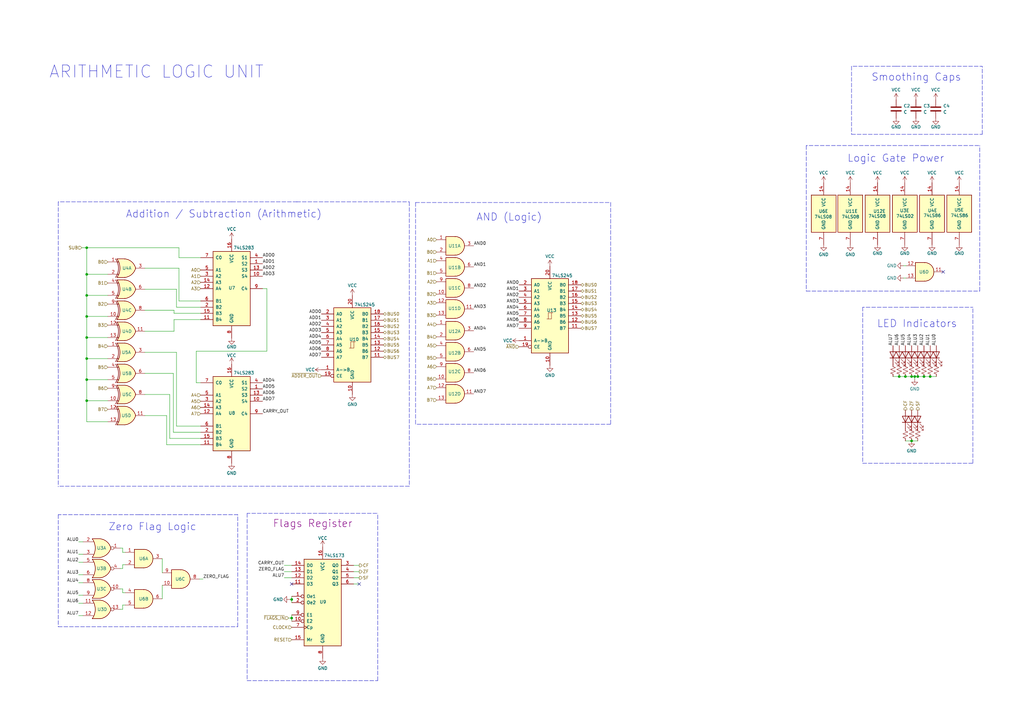
<source format=kicad_sch>
(kicad_sch (version 20211123) (generator eeschema)
  (paper "A3")
  (lib_symbols
    (symbol "74xx:74LS02" (pin_names (offset 1.016))
      (property "Reference" "U" (at 0 1.27 0))
      (property "Value" "74LS02" (at 0 -1.27 0))
      (symbol "74LS02_1_1"
        (pin output inverted (at 7.62 0 180) (length 3.81) (name "~") (number "1"))
        (pin input line (at -7.62 2.54 0) (length 4.318) (name "~") (number "2"))
        (pin input line (at -7.62 -2.54 0) (length 4.318) (name "~") (number "3"))
      )
      (symbol "74LS02_1_2"
        (pin output line (at 7.62 0 180) (length 3.81) (name "~") (number "1"))
        (pin input inverted (at -7.62 2.54 0) (length 3.81) (name "~") (number "2"))
        (pin input inverted (at -7.62 -2.54 0) (length 3.81) (name "~") (number "3"))
      )
      (symbol "74LS02_2_1"
        (pin output inverted (at 7.62 0 180) (length 3.81) (name "~") (number "4"))
        (pin input line (at -7.62 2.54 0) (length 4.318) (name "~") (number "5"))
        (pin input line (at -7.62 -2.54 0) (length 4.318) (name "~") (number "6"))
      )
      (symbol "74LS02_2_2"
        (pin output line (at 7.62 0 180) (length 3.81) (name "~") (number "4"))
        (pin input inverted (at -7.62 2.54 0) (length 3.81) (name "~") (number "5"))
        (pin input inverted (at -7.62 -2.54 0) (length 3.81) (name "~") (number "6"))
      )
      (symbol "74LS02_3_1"
        (pin output inverted (at 7.62 0 180) (length 3.81) (name "~") (number "10"))
        (pin input line (at -7.62 2.54 0) (length 4.318) (name "~") (number "8"))
        (pin input line (at -7.62 -2.54 0) (length 4.318) (name "~") (number "9"))
      )
      (symbol "74LS02_3_2"
        (pin output line (at 7.62 0 180) (length 3.81) (name "~") (number "10"))
        (pin input inverted (at -7.62 2.54 0) (length 3.81) (name "~") (number "8"))
        (pin input inverted (at -7.62 -2.54 0) (length 3.81) (name "~") (number "9"))
      )
      (symbol "74LS02_4_1"
        (pin input line (at -7.62 2.54 0) (length 4.318) (name "~") (number "11"))
        (pin input line (at -7.62 -2.54 0) (length 4.318) (name "~") (number "12"))
        (pin output inverted (at 7.62 0 180) (length 3.81) (name "~") (number "13"))
      )
      (symbol "74LS02_4_2"
        (pin input inverted (at -7.62 2.54 0) (length 3.81) (name "~") (number "11"))
        (pin input inverted (at -7.62 -2.54 0) (length 3.81) (name "~") (number "12"))
        (pin output line (at 7.62 0 180) (length 3.81) (name "~") (number "13"))
      )
      (symbol "74LS02_5_0"
        (pin power_in line (at 0 12.7 270) (length 5.08) (name "VCC") (number "14"))
        (pin power_in line (at 0 -12.7 90) (length 5.08) (name "GND") (number "7"))
      )
    )
    (symbol "74xx:74LS08" (pin_names (offset 1.016))
      (property "Reference" "U" (at 0 1.27 0))
      (property "Value" "74LS08" (at 0 -1.27 0))
      (symbol "74LS08_1_1"
        (pin input line (at -7.62 2.54 0) (length 3.81) (name "~") (number "1"))
        (pin input line (at -7.62 -2.54 0) (length 3.81) (name "~") (number "2"))
        (pin output line (at 7.62 0 180) (length 3.81) (name "~") (number "3"))
      )
      (symbol "74LS08_1_2"
        (pin input inverted (at -7.62 2.54 0) (length 4.318) (name "~") (number "1"))
        (pin input inverted (at -7.62 -2.54 0) (length 4.318) (name "~") (number "2"))
        (pin output inverted (at 7.62 0 180) (length 3.81) (name "~") (number "3"))
      )
      (symbol "74LS08_2_1"
        (pin input line (at -7.62 2.54 0) (length 3.81) (name "~") (number "4"))
        (pin input line (at -7.62 -2.54 0) (length 3.81) (name "~") (number "5"))
        (pin output line (at 7.62 0 180) (length 3.81) (name "~") (number "6"))
      )
      (symbol "74LS08_2_2"
        (pin input inverted (at -7.62 2.54 0) (length 4.318) (name "~") (number "4"))
        (pin input inverted (at -7.62 -2.54 0) (length 4.318) (name "~") (number "5"))
        (pin output inverted (at 7.62 0 180) (length 3.81) (name "~") (number "6"))
      )
      (symbol "74LS08_3_1"
        (pin input line (at -7.62 -2.54 0) (length 3.81) (name "~") (number "10"))
        (pin output line (at 7.62 0 180) (length 3.81) (name "~") (number "8"))
        (pin input line (at -7.62 2.54 0) (length 3.81) (name "~") (number "9"))
      )
      (symbol "74LS08_3_2"
        (pin input inverted (at -7.62 -2.54 0) (length 4.318) (name "~") (number "10"))
        (pin output inverted (at 7.62 0 180) (length 3.81) (name "~") (number "8"))
        (pin input inverted (at -7.62 2.54 0) (length 4.318) (name "~") (number "9"))
      )
      (symbol "74LS08_4_1"
        (pin output line (at 7.62 0 180) (length 3.81) (name "~") (number "11"))
        (pin input line (at -7.62 2.54 0) (length 3.81) (name "~") (number "12"))
        (pin input line (at -7.62 -2.54 0) (length 3.81) (name "~") (number "13"))
      )
      (symbol "74LS08_4_2"
        (pin output inverted (at 7.62 0 180) (length 3.81) (name "~") (number "11"))
        (pin input inverted (at -7.62 2.54 0) (length 4.318) (name "~") (number "12"))
        (pin input inverted (at -7.62 -2.54 0) (length 4.318) (name "~") (number "13"))
      )
      (symbol "74LS08_5_0"
        (pin power_in line (at 0 12.7 270) (length 5.08) (name "VCC") (number "14"))
        (pin power_in line (at 0 -12.7 90) (length 5.08) (name "GND") (number "7"))
      )
    )
    (symbol "74xx:74LS173" (pin_names (offset 1.016))
      (property "Reference" "U" (at -7.62 19.05 0))
      (property "Value" "74LS173" (at -7.62 -19.05 0))
      (symbol "74LS173_1_0"
        (pin input inverted (at -12.7 2.54 0) (length 5.08) (name "Oe1") (number "1"))
        (pin input inverted (at -12.7 -7.62 0) (length 5.08) (name "E2") (number "10"))
        (pin input line (at -12.7 7.62 0) (length 5.08) (name "D3") (number "11"))
        (pin input line (at -12.7 10.16 0) (length 5.08) (name "D2") (number "12"))
        (pin input line (at -12.7 12.7 0) (length 5.08) (name "D1") (number "13"))
        (pin input line (at -12.7 15.24 0) (length 5.08) (name "D0") (number "14"))
        (pin input line (at -12.7 -15.24 0) (length 5.08) (name "Mr") (number "15"))
        (pin power_in line (at 0 22.86 270) (length 5.08) (name "VCC") (number "16"))
        (pin input inverted (at -12.7 0 0) (length 5.08) (name "Oe2") (number "2"))
        (pin tri_state line (at 12.7 15.24 180) (length 5.08) (name "Q0") (number "3"))
        (pin tri_state line (at 12.7 12.7 180) (length 5.08) (name "Q1") (number "4"))
        (pin tri_state line (at 12.7 10.16 180) (length 5.08) (name "Q2") (number "5"))
        (pin tri_state line (at 12.7 7.62 180) (length 5.08) (name "Q3") (number "6"))
        (pin input clock (at -12.7 -10.16 0) (length 5.08) (name "Cp") (number "7"))
        (pin power_in line (at 0 -22.86 90) (length 5.08) (name "GND") (number "8"))
        (pin input inverted (at -12.7 -5.08 0) (length 5.08) (name "E1") (number "9"))
      )
    )
    (symbol "74xx:74LS245" (pin_names (offset 1.016))
      (property "Reference" "U" (at -7.62 16.51 0))
      (property "Value" "74LS245" (at -7.62 -16.51 0))
      (symbol "74LS245_1_0"
        (pin input line (at -12.7 -10.16 0) (length 5.08) (name "A->B") (number "1"))
        (pin power_in line (at 0 -20.32 90) (length 5.08) (name "GND") (number "10"))
        (pin tri_state line (at 12.7 -5.08 180) (length 5.08) (name "B7") (number "11"))
        (pin tri_state line (at 12.7 -2.54 180) (length 5.08) (name "B6") (number "12"))
        (pin tri_state line (at 12.7 0 180) (length 5.08) (name "B5") (number "13"))
        (pin tri_state line (at 12.7 2.54 180) (length 5.08) (name "B4") (number "14"))
        (pin tri_state line (at 12.7 5.08 180) (length 5.08) (name "B3") (number "15"))
        (pin tri_state line (at 12.7 7.62 180) (length 5.08) (name "B2") (number "16"))
        (pin tri_state line (at 12.7 10.16 180) (length 5.08) (name "B1") (number "17"))
        (pin tri_state line (at 12.7 12.7 180) (length 5.08) (name "B0") (number "18"))
        (pin input inverted (at -12.7 -12.7 0) (length 5.08) (name "CE") (number "19"))
        (pin tri_state line (at -12.7 12.7 0) (length 5.08) (name "A0") (number "2"))
        (pin power_in line (at 0 20.32 270) (length 5.08) (name "VCC") (number "20"))
        (pin tri_state line (at -12.7 10.16 0) (length 5.08) (name "A1") (number "3"))
        (pin tri_state line (at -12.7 7.62 0) (length 5.08) (name "A2") (number "4"))
        (pin tri_state line (at -12.7 5.08 0) (length 5.08) (name "A3") (number "5"))
        (pin tri_state line (at -12.7 2.54 0) (length 5.08) (name "A4") (number "6"))
        (pin tri_state line (at -12.7 0 0) (length 5.08) (name "A5") (number "7"))
        (pin tri_state line (at -12.7 -2.54 0) (length 5.08) (name "A6") (number "8"))
        (pin tri_state line (at -12.7 -5.08 0) (length 5.08) (name "A7") (number "9"))
      )
    )
    (symbol "74xx:74LS283" (pin_names (offset 1.016))
      (property "Reference" "U" (at -7.62 16.51 0))
      (property "Value" "74LS283" (at -7.62 -16.51 0))
      (symbol "74LS283_1_0"
        (pin output line (at 12.7 10.16 180) (length 5.08) (name "S2") (number "1"))
        (pin output line (at 12.7 5.08 180) (length 5.08) (name "S4") (number "10"))
        (pin input line (at -12.7 -12.7 0) (length 5.08) (name "B4") (number "11"))
        (pin input line (at -12.7 0 0) (length 5.08) (name "A4") (number "12"))
        (pin output line (at 12.7 7.62 180) (length 5.08) (name "S3") (number "13"))
        (pin input line (at -12.7 2.54 0) (length 5.08) (name "A3") (number "14"))
        (pin input line (at -12.7 -10.16 0) (length 5.08) (name "B3") (number "15"))
        (pin power_in line (at 0 20.32 270) (length 5.08) (name "VCC") (number "16"))
        (pin input line (at -12.7 -7.62 0) (length 5.08) (name "B2") (number "2"))
        (pin input line (at -12.7 5.08 0) (length 5.08) (name "A2") (number "3"))
        (pin output line (at 12.7 12.7 180) (length 5.08) (name "S1") (number "4"))
        (pin input line (at -12.7 7.62 0) (length 5.08) (name "A1") (number "5"))
        (pin input line (at -12.7 -5.08 0) (length 5.08) (name "B1") (number "6"))
        (pin input line (at -12.7 12.7 0) (length 5.08) (name "C0") (number "7"))
        (pin power_in line (at 0 -20.32 90) (length 5.08) (name "GND") (number "8"))
        (pin output line (at 12.7 0 180) (length 5.08) (name "C4") (number "9"))
      )
    )
    (symbol "74xx:74LS86" (pin_names (offset 1.016))
      (property "Reference" "U" (at 0 1.27 0))
      (property "Value" "74LS86" (at 0 -1.27 0))
      (symbol "74LS86_1_0"
        (pin input line (at -7.62 2.54 0) (length 4.445) (name "~") (number "1"))
        (pin input line (at -7.62 -2.54 0) (length 4.445) (name "~") (number "2"))
        (pin output line (at 7.62 0 180) (length 3.81) (name "~") (number "3"))
      )
      (symbol "74LS86_2_0"
        (pin input line (at -7.62 2.54 0) (length 4.445) (name "~") (number "4"))
        (pin input line (at -7.62 -2.54 0) (length 4.445) (name "~") (number "5"))
        (pin output line (at 7.62 0 180) (length 3.81) (name "~") (number "6"))
      )
      (symbol "74LS86_3_0"
        (pin input line (at -7.62 -2.54 0) (length 4.445) (name "~") (number "10"))
        (pin output line (at 7.62 0 180) (length 3.81) (name "~") (number "8"))
        (pin input line (at -7.62 2.54 0) (length 4.445) (name "~") (number "9"))
      )
      (symbol "74LS86_4_0"
        (pin output line (at 7.62 0 180) (length 3.81) (name "~") (number "11"))
        (pin input line (at -7.62 2.54 0) (length 4.445) (name "~") (number "12"))
        (pin input line (at -7.62 -2.54 0) (length 4.445) (name "~") (number "13"))
      )
      (symbol "74LS86_5_0"
        (pin power_in line (at 0 12.7 270) (length 5.08) (name "VCC") (number "14"))
        (pin power_in line (at 0 -12.7 90) (length 5.08) (name "GND") (number "7"))
      )
    )
    (symbol "Device:C" (pin_numbers hide) (pin_names (offset 0.254))
      (property "Reference" "C" (at 0.635 2.54 0))
      (property "Value" "C" (at 0.635 -2.54 0))
      (symbol "C_1_1"
        (pin passive line (at 0 3.81 270) (length 2.794) (name "~") (number "1"))
        (pin passive line (at 0 -3.81 90) (length 2.794) (name "~") (number "2"))
      )
    )
    (symbol "Device:LED" (pin_numbers hide) (pin_names (offset 1.016) hide)
      (property "Reference" "D" (at 0 2.54 0))
      (property "Value" "LED" (at 0 -2.54 0))
      (symbol "LED_1_1"
        (pin passive line (at -3.81 0 0) (length 2.54) (name "K") (number "1"))
        (pin passive line (at 3.81 0 180) (length 2.54) (name "A") (number "2"))
      )
    )
    (symbol "Device:R_Small_US" (pin_numbers hide) (pin_names (offset 0.254) hide)
      (property "Reference" "R" (at 0.762 0.508 0))
      (property "Value" "R_Small_US" (at 0.762 -1.016 0))
      (symbol "R_Small_US_1_1"
        (pin passive line (at 0 2.54 270) (length 1.016) (name "~") (number "1"))
        (pin passive line (at 0 -2.54 90) (length 1.016) (name "~") (number "2"))
      )
    )
    (symbol "power:GND" (power) (pin_names (offset 0))
      (property "Value" "GND" (at 0 -3.81 0))
      (symbol "GND_1_1"
        (pin power_in line (at 0 0 270) (length 0) hide (name "GND") (number "1"))
      )
    )
    (symbol "power:VCC" (power) (pin_names (offset 0))
      (property "Value" "VCC" (at 0 3.81 0))
      (symbol "VCC_1_1"
        (pin power_in line (at 0 0 90) (length 0) hide (name "VCC") (number "1"))
      )
    )
  )
  (junction (at 373.888 180.848))
  (junction (at 35.56 155.702))
  (junction (at 35.56 101.6))
  (junction (at 371.348 154.432))
  (junction (at 378.968 154.432))
  (junction (at 119.634 253.492))
  (junction (at 376.428 154.432))
  (junction (at 35.56 138.43))
  (junction (at 381.508 154.432))
  (junction (at 35.56 164.338))
  (junction (at 35.56 129.794))
  (junction (at 373.888 154.432))
  (junction (at 119.634 245.872))
  (junction (at 375.158 154.432))
  (junction (at 368.808 154.432))
  (junction (at 35.56 121.158))
  (junction (at 35.56 147.066))
  (junction (at 35.56 112.522))
  (no_connect (at 147.32 239.522))
  (no_connect (at 386.842 111.506))
  (no_connect (at 119.634 239.522))
  (wire (pts (xy 145.034 231.902) (xy 147.32 231.902)))
  (wire (pts (xy 116.586 234.442) (xy 119.634 234.442)))
  (wire (pts (xy 50.292 243.078) (xy 50.292 241.554)))
  (wire (pts (xy 44.196 164.338) (xy 35.56 164.338)))
  (polyline (pts (xy 379.222 59.69) (xy 401.828 59.69)))
  (wire (pts (xy 32.258 244.094) (xy 34.036 244.094)))
  (wire (pts (xy 145.034 234.442) (xy 147.32 234.442)))
  (wire (pts (xy 59.436 153.162) (xy 71.12 153.162)))
  (wire (pts (xy 44.196 147.066) (xy 35.56 147.066)))
  (wire (pts (xy 69.596 161.798) (xy 59.436 161.798)))
  (wire (pts (xy 375.158 154.432) (xy 375.158 155.448)))
  (wire (pts (xy 44.196 112.522) (xy 35.56 112.522)))
  (wire (pts (xy 44.196 155.702) (xy 35.56 155.702)))
  (polyline (pts (xy 167.894 82.804) (xy 167.894 199.39)))
  (polyline (pts (xy 353.822 125.984) (xy 353.822 189.992)))
  (wire (pts (xy 81.788 237.49) (xy 83.312 237.49)))
  (wire (pts (xy 59.436 135.89) (xy 71.374 135.89)))
  (polyline (pts (xy 122.174 199.39) (xy 23.876 199.39)))
  (wire (pts (xy 50.292 231.648) (xy 50.292 233.172)))
  (wire (pts (xy 82.296 123.444) (xy 73.406 123.444)))
  (wire (pts (xy 32.258 247.396) (xy 34.036 247.396)))
  (polyline (pts (xy 23.876 82.804) (xy 23.876 199.644)))
  (polyline (pts (xy 170.434 83.058) (xy 170.434 173.99)))
  (wire (pts (xy 80.518 144.018) (xy 80.518 156.972)))
  (wire (pts (xy 82.296 179.832) (xy 69.596 179.832)))
  (wire (pts (xy 59.436 170.434) (xy 68.326 170.434)))
  (wire (pts (xy 373.888 180.848) (xy 376.428 180.848)))
  (wire (pts (xy 35.56 155.702) (xy 35.56 147.066)))
  (polyline (pts (xy 349.25 27.178) (xy 349.25 55.118)))
  (wire (pts (xy 72.39 125.984) (xy 82.296 125.984)))
  (wire (pts (xy 71.12 153.162) (xy 71.12 177.292)))
  (wire (pts (xy 59.436 118.618) (xy 72.39 118.618)))
  (polyline (pts (xy 132.334 210.566) (xy 154.94 210.566)))
  (wire (pts (xy 35.56 147.066) (xy 35.56 138.43)))
  (wire (pts (xy 44.196 138.43) (xy 35.56 138.43)))
  (polyline (pts (xy 353.822 189.992) (xy 399.034 189.992)))
  (polyline (pts (xy 97.536 257.048) (xy 97.536 211.074)))
  (polyline (pts (xy 367.538 27.178) (xy 402.844 27.178)))
  (polyline (pts (xy 367.538 27.178) (xy 349.25 27.178)))
  (wire (pts (xy 73.406 101.6) (xy 35.56 101.6)))
  (polyline (pts (xy 375.158 125.984) (xy 353.822 125.984)))
  (wire (pts (xy 33.528 101.6) (xy 35.56 101.6)))
  (wire (pts (xy 118.364 253.492) (xy 119.634 253.492)))
  (wire (pts (xy 109.474 144.018) (xy 80.518 144.018)))
  (wire (pts (xy 50.292 226.568) (xy 50.292 224.79)))
  (wire (pts (xy 116.586 231.902) (xy 119.634 231.902)))
  (wire (pts (xy 109.474 118.364) (xy 109.474 144.018)))
  (wire (pts (xy 32.258 239.014) (xy 34.036 239.014)))
  (wire (pts (xy 119.634 253.492) (xy 119.634 254.762)))
  (wire (pts (xy 66.548 240.03) (xy 66.548 245.618)))
  (polyline (pts (xy 23.876 211.074) (xy 23.876 257.048)))
  (wire (pts (xy 119.634 244.602) (xy 119.634 245.872)))
  (wire (pts (xy 35.56 112.522) (xy 35.56 121.158)))
  (wire (pts (xy 119.634 245.872) (xy 119.634 247.142)))
  (wire (pts (xy 71.374 135.89) (xy 71.374 131.064)))
  (polyline (pts (xy 23.876 257.048) (xy 97.536 257.048)))
  (wire (pts (xy 71.374 127.254) (xy 59.436 127.254)))
  (wire (pts (xy 32.258 230.632) (xy 34.036 230.632)))
  (polyline (pts (xy 250.444 83.058) (xy 250.444 173.99)))
  (wire (pts (xy 35.56 121.158) (xy 44.196 121.158)))
  (wire (pts (xy 370.586 108.966) (xy 371.602 108.966)))
  (wire (pts (xy 72.39 118.618) (xy 72.39 125.984)))
  (wire (pts (xy 107.696 118.364) (xy 109.474 118.364)))
  (polyline (pts (xy 379.222 59.69) (xy 330.708 59.69)))
  (polyline (pts (xy 250.444 173.99) (xy 170.434 173.99)))
  (polyline (pts (xy 132.334 210.566) (xy 101.346 210.566)))
  (wire (pts (xy 80.518 156.972) (xy 82.296 156.972)))
  (wire (pts (xy 73.406 105.664) (xy 73.406 101.6)))
  (wire (pts (xy 118.872 245.872) (xy 119.634 245.872)))
  (wire (pts (xy 116.586 236.982) (xy 119.634 236.982)))
  (polyline (pts (xy 402.844 55.118) (xy 402.844 27.178)))
  (wire (pts (xy 32.258 222.25) (xy 34.036 222.25)))
  (wire (pts (xy 72.39 144.526) (xy 59.436 144.526)))
  (wire (pts (xy 71.374 131.064) (xy 82.296 131.064)))
  (wire (pts (xy 82.296 174.752) (xy 72.39 174.752)))
  (wire (pts (xy 72.39 174.752) (xy 72.39 144.526)))
  (wire (pts (xy 50.292 241.554) (xy 49.276 241.554)))
  (wire (pts (xy 50.292 249.936) (xy 49.276 249.936)))
  (polyline (pts (xy 154.94 279.146) (xy 154.94 210.566)))
  (polyline (pts (xy 94.996 82.804) (xy 122.174 82.804)))
  (wire (pts (xy 35.56 129.794) (xy 35.56 121.158)))
  (polyline (pts (xy 330.708 59.69) (xy 330.708 119.38)))
  (polyline (pts (xy 401.828 119.38) (xy 401.828 59.69)))
  (polyline (pts (xy 101.346 210.566) (xy 101.346 279.146)))
  (polyline (pts (xy 121.666 82.804) (xy 167.894 82.804)))
  (polyline (pts (xy 57.15 211.074) (xy 97.536 211.074)))
  (wire (pts (xy 373.888 154.432) (xy 375.158 154.432)))
  (wire (pts (xy 35.56 101.6) (xy 35.56 112.522)))
  (wire (pts (xy 51.308 248.158) (xy 50.292 248.158)))
  (wire (pts (xy 375.158 154.432) (xy 376.428 154.432)))
  (wire (pts (xy 371.348 180.848) (xy 373.888 180.848)))
  (wire (pts (xy 50.292 248.158) (xy 50.292 249.936)))
  (wire (pts (xy 44.196 129.794) (xy 35.56 129.794)))
  (wire (pts (xy 366.268 154.432) (xy 368.808 154.432)))
  (wire (pts (xy 71.374 128.524) (xy 71.374 127.254)))
  (wire (pts (xy 69.596 179.832) (xy 69.596 161.798)))
  (wire (pts (xy 32.258 235.712) (xy 34.036 235.712)))
  (wire (pts (xy 68.326 182.372) (xy 82.296 182.372)))
  (polyline (pts (xy 94.996 82.804) (xy 23.876 82.804)))
  (wire (pts (xy 381.508 154.432) (xy 384.048 154.432)))
  (polyline (pts (xy 167.894 199.39) (xy 122.174 199.39)))
  (wire (pts (xy 73.406 109.982) (xy 73.406 123.444)))
  (wire (pts (xy 119.634 252.222) (xy 119.634 253.492)))
  (polyline (pts (xy 375.158 125.984) (xy 399.034 125.984)))
  (wire (pts (xy 376.428 154.432) (xy 378.968 154.432)))
  (polyline (pts (xy 170.434 83.058) (xy 250.444 83.058)))
  (wire (pts (xy 66.548 229.108) (xy 66.548 234.95)))
  (wire (pts (xy 68.326 170.434) (xy 68.326 182.372)))
  (wire (pts (xy 35.56 164.338) (xy 35.56 155.702)))
  (wire (pts (xy 35.56 138.43) (xy 35.56 129.794)))
  (polyline (pts (xy 57.15 211.074) (xy 23.876 211.074)))
  (polyline (pts (xy 349.25 55.118) (xy 402.844 55.118)))
  (wire (pts (xy 32.258 252.476) (xy 34.036 252.476)))
  (wire (pts (xy 370.586 114.046) (xy 371.602 114.046)))
  (polyline (pts (xy 399.034 189.992) (xy 399.034 125.984)))
  (wire (pts (xy 145.034 236.982) (xy 147.32 236.982)))
  (wire (pts (xy 82.296 128.524) (xy 71.374 128.524)))
  (polyline (pts (xy 101.346 279.146) (xy 154.94 279.146)))
  (wire (pts (xy 50.292 233.172) (xy 49.276 233.172)))
  (wire (pts (xy 82.296 105.664) (xy 73.406 105.664)))
  (wire (pts (xy 59.436 109.982) (xy 73.406 109.982)))
  (wire (pts (xy 51.308 231.648) (xy 50.292 231.648)))
  (wire (pts (xy 51.308 226.568) (xy 50.292 226.568)))
  (wire (pts (xy 371.348 154.432) (xy 373.888 154.432)))
  (wire (pts (xy 35.56 172.974) (xy 35.56 164.338)))
  (wire (pts (xy 50.292 224.79) (xy 49.276 224.79)))
  (wire (pts (xy 368.808 154.432) (xy 371.348 154.432)))
  (wire (pts (xy 51.308 243.078) (xy 50.292 243.078)))
  (polyline (pts (xy 330.708 119.38) (xy 401.828 119.38)))
  (wire (pts (xy 378.968 154.432) (xy 381.508 154.432)))
  (wire (pts (xy 145.034 239.522) (xy 147.32 239.522)))
  (wire (pts (xy 32.258 227.33) (xy 34.036 227.33)))
  (wire (pts (xy 44.196 172.974) (xy 35.56 172.974)))
  (wire (pts (xy 71.12 177.292) (xy 82.296 177.292)))
  (text "Smoothing Caps" (at 357.378 33.528 0) (effects (font (size 3 3)) (justify left bottom)))
  (text "Logic Gate Power" (at 347.472 66.802 0) (effects (font (size 3 3)) (justify left bottom)))
  (text "ARITHMETIC LOGIC UNIT" (at 20.066 32.512 0) (effects (font (size 5 5)) (justify left bottom)))
  (text "Zero Flag Logic" (at 44.45 217.932 0) (effects (font (size 3 3)) (justify left bottom)))
  (text "AND (Logic)" (at 195.326 90.932 0) (effects (font (size 3 3)) (justify left bottom)))
  (text "LED Indicators" (at 359.664 134.62 0) (effects (font (size 3 3)) (justify left bottom)))
  (text "Addition / Subtraction (Arithmetic)" (at 51.562 89.662 0) (effects (font (size 3 3)) (justify left bottom)))
  (label "ZERO_FLAG" (at 116.586 234.442 180))
  (label "AND4" (at 194.31 135.636 0))
  (label "AND6" (at 194.31 152.908 0))
  (label "ADD4" (at 107.696 156.972 0))
  (label "AND1" (at 194.31 109.474 0))
  (label "ADD0" (at 131.826 128.778 180))
  (label "ALU3" (at 376.428 141.732 90))
  (label "ALU6" (at 32.258 247.396 180))
  (label "ALU0" (at 384.048 141.732 90))
  (label "ADD2" (at 131.826 133.858 180))
  (label "ADD7" (at 131.826 146.558 180))
  (label "AND0" (at 212.852 116.84 180))
  (label "CARRY_OUT" (at 116.586 231.902 180))
  (label "CARRY_OUT" (at 107.696 169.672 0))
  (label "ALU0" (at 32.258 222.25 180))
  (label "ADD7" (at 107.696 164.592 0))
  (label "ADD5" (at 131.826 141.478 180))
  (label "ADD5" (at 107.696 159.512 0))
  (label "ADD3" (at 131.826 136.398 180))
  (label "AND2" (at 212.852 121.92 180))
  (label "ALU1" (at 32.258 227.33 180))
  (label "ZERO_FLAG" (at 83.312 237.49 0))
  (label "AND7" (at 212.852 134.62 180))
  (label "ALU2" (at 32.258 230.632 180))
  (label "AND3" (at 212.852 124.46 180))
  (label "ADD4" (at 131.826 138.938 180))
  (label "ALU7" (at 32.258 252.476 180))
  (label "ADD2" (at 107.696 110.744 0))
  (label "ALU7" (at 366.268 141.732 90))
  (label "ALU3" (at 32.258 235.712 180))
  (label "AND5" (at 194.31 144.272 0))
  (label "ALU4" (at 32.258 239.014 180))
  (label "AND7" (at 194.31 161.544 0))
  (label "AND4" (at 212.852 127 180))
  (label "ALU1" (at 381.508 141.732 90))
  (label "ADD0" (at 107.696 105.664 0))
  (label "ADD6" (at 107.696 162.052 0))
  (label "ADD3" (at 107.696 113.284 0))
  (label "ALU4" (at 373.888 141.732 90))
  (label "AND6" (at 212.852 132.08 180))
  (label "ALU2" (at 378.968 141.732 90))
  (label "ALU6" (at 368.808 141.732 90))
  (label "AND1" (at 212.852 119.38 180))
  (label "ADD6" (at 131.826 144.018 180))
  (label "AND5" (at 212.852 129.54 180))
  (label "AND2" (at 194.31 118.11 0))
  (label "ALU5" (at 371.348 141.732 90))
  (label "ADD1" (at 107.696 108.204 0))
  (label "AND3" (at 194.31 126.746 0))
  (label "ADD1" (at 131.826 131.318 180))
  (label "ALU5" (at 32.258 244.094 180))
  (label "AND0" (at 194.31 100.838 0))
  (label "ALU7" (at 116.586 236.982 180))
  (hierarchical_label "BUS5" (shape tri_state) (at 157.226 141.478 0))
  (hierarchical_label "A7" (shape input) (at 82.296 169.672 180))
  (hierarchical_label "BUS5" (shape tri_state) (at 238.252 129.54 0))
  (hierarchical_label "B3" (shape input) (at 44.196 133.35 180))
  (hierarchical_label "B1" (shape input) (at 179.07 112.014 180))
  (hierarchical_label "A6" (shape input) (at 82.296 167.132 180))
  (hierarchical_label "B6" (shape input) (at 179.07 155.448 180))
  (hierarchical_label "BUS4" (shape tri_state) (at 157.226 138.938 0))
  (hierarchical_label "SF" (shape output) (at 376.428 168.148 90))
  (hierarchical_label "BUS4" (shape tri_state) (at 238.252 127 0))
  (hierarchical_label "BUS2" (shape tri_state) (at 238.252 121.92 0))
  (hierarchical_label "B7" (shape input) (at 44.196 167.894 180))
  (hierarchical_label "BUS0" (shape tri_state) (at 157.226 128.778 0))
  (hierarchical_label "ZF" (shape output) (at 147.32 234.442 0))
  (hierarchical_label "B3" (shape input) (at 179.07 129.286 180))
  (hierarchical_label "A7" (shape input) (at 179.07 159.004 180))
  (hierarchical_label "BUS3" (shape tri_state) (at 238.252 124.46 0))
  (hierarchical_label "B7" (shape input) (at 179.07 164.084 180))
  (hierarchical_label "A1" (shape input) (at 82.296 113.284 180))
  (hierarchical_label "A2" (shape input) (at 82.296 115.824 180))
  (hierarchical_label "A5" (shape input) (at 179.07 141.732 180))
  (hierarchical_label "ZF" (shape output) (at 373.888 168.148 90))
  (hierarchical_label "CF" (shape output) (at 371.348 168.148 90))
  (hierarchical_label "A5" (shape input) (at 82.296 164.592 180))
  (hierarchical_label "B6" (shape input) (at 44.196 159.258 180))
  (hierarchical_label "B4" (shape input) (at 179.07 138.176 180))
  (hierarchical_label "BUS1" (shape tri_state) (at 157.226 131.318 0))
  (hierarchical_label "B5" (shape input) (at 44.196 150.622 180))
  (hierarchical_label "A1" (shape input) (at 179.07 106.934 180))
  (hierarchical_label "~{AND}" (shape input) (at 212.852 142.24 180))
  (hierarchical_label "BUS7" (shape tri_state) (at 157.226 146.558 0))
  (hierarchical_label "A6" (shape input) (at 179.07 150.368 180))
  (hierarchical_label "~{FLAGS_IN}" (shape input) (at 118.364 253.492 180))
  (hierarchical_label "B0" (shape input) (at 44.196 107.442 180))
  (hierarchical_label "B2" (shape input) (at 44.196 124.714 180))
  (hierarchical_label "B4" (shape input) (at 44.196 141.986 180))
  (hierarchical_label "BUS7" (shape tri_state) (at 238.252 134.62 0))
  (hierarchical_label "A3" (shape input) (at 82.296 118.364 180))
  (hierarchical_label "A3" (shape input) (at 179.07 124.206 180))
  (hierarchical_label "B0" (shape input) (at 179.07 103.378 180))
  (hierarchical_label "CLOCK" (shape input) (at 119.634 257.302 180))
  (hierarchical_label "~{ADDER_OUT}" (shape input) (at 131.826 154.178 180))
  (hierarchical_label "A4" (shape input) (at 82.296 162.052 180))
  (hierarchical_label "A4" (shape input) (at 179.07 133.096 180))
  (hierarchical_label "BUS0" (shape tri_state) (at 238.252 116.84 0))
  (hierarchical_label "B5" (shape input) (at 179.07 146.812 180))
  (hierarchical_label "BUS1" (shape tri_state) (at 238.252 119.38 0))
  (hierarchical_label "RESET" (shape input) (at 119.634 262.382 180))
  (hierarchical_label "BUS6" (shape tri_state) (at 238.252 132.08 0))
  (hierarchical_label "B2" (shape input) (at 179.07 120.65 180))
  (hierarchical_label "CF" (shape output) (at 147.32 231.902 0))
  (hierarchical_label "BUS2" (shape tri_state) (at 157.226 133.858 0))
  (hierarchical_label "BUS3" (shape tri_state) (at 157.226 136.398 0))
  (hierarchical_label "SUB" (shape input) (at 33.528 101.6 180))
  (hierarchical_label "A0" (shape input) (at 82.296 110.744 180))
  (hierarchical_label "SF" (shape output) (at 147.32 236.982 0))
  (hierarchical_label "B1" (shape input) (at 44.196 116.078 180))
  (hierarchical_label "A0" (shape input) (at 179.07 98.298 180))
  (hierarchical_label "BUS6" (shape tri_state) (at 157.226 144.018 0))
  (hierarchical_label "A2" (shape input) (at 179.07 115.57 180))
  (symbol (lib_id "Device:R_Small_US") (at 368.808 151.892 0) (unit 1)
    (property "Reference" "R4" (effects hide))
    (property "Value" "R_Small_US" (effects hide))
    (property "Footprint" "Resistor_SMD:R_0805_2012Metric" (effects hide))
  )
  (symbol (lib_id "Device:LED") (at 376.428 145.542 90) (unit 1)
    (property "Reference" "D9" (effects hide))
    (property "Value" "LED" (effects hide))
    (property "Footprint" "LED_SMD:LED_0805_2012Metric" (effects hide))
  )
  (symbol (lib_id "power:VCC") (at 225.552 109.22 0) (unit 1)
    (property "Reference" "#PWR027" (effects hide))
    (property "Value" "VCC" (at 225.552 105.156 0))
  )
  (symbol (lib_id "Device:R_Small_US") (at 376.428 151.892 0) (unit 1)
    (property "Reference" "R9" (effects hide))
    (property "Value" "R_Small_US" (effects hide))
    (property "Footprint" "Resistor_SMD:R_0805_2012Metric" (effects hide))
  )
  (symbol (lib_id "Device:R_Small_US") (at 371.348 178.308 0) (unit 1)
    (property "Reference" "R6" (effects hide))
    (property "Value" "R_Small_US" (effects hide))
    (property "Footprint" "Resistor_SMD:R_0805_2012Metric" (effects hide))
  )
  (symbol (lib_id "74xx:74LS02") (at 41.656 233.172 0) (unit 2)
    (property "Reference" "U3" (at 41.656 233.172 0))
    (property "Value" "74LS02" (effects hide))
    (property "Footprint" "Package_SO:TSSOP-14_4.4x5mm_P0.65mm" (effects hide))
    (property "Datasheet" "http://www.ti.com/lit/gpn/sn74ls02" (effects hide))
  )
  (symbol (lib_id "power:GND") (at 370.586 108.966 270) (unit 1)
    (property "Reference" "#PWR037" (effects hide))
    (property "Value" "GND" (at 365.76 108.966 90))
  )
  (symbol (lib_id "74xx:74LS86") (at 51.816 118.618 0) (unit 2)
    (property "Reference" "U4" (at 52.07 118.618 0))
    (property "Value" "74LS86" (effects hide))
    (property "Footprint" "Package_SO:TSSOP-14_4.4x5mm_P0.65mm" (effects hide))
    (property "Datasheet" "74xx/74ls86.pdf" (effects hide))
  )
  (symbol (lib_id "74xx:74LS86") (at 51.816 144.526 0) (unit 1)
    (property "Reference" "U5" (at 51.816 144.526 0))
    (property "Value" "74LS86" (effects hide))
    (property "Footprint" "Package_SO:TSSOP-14_4.4x5mm_P0.65mm" (effects hide))
    (property "Datasheet" "74xx/74ls86.pdf" (effects hide))
  )
  (symbol (lib_id "power:VCC") (at 371.094 74.93 0) (unit 1)
    (property "Reference" "#PWR039" (effects hide))
    (property "Value" "VCC" (at 371.094 70.866 0))
  )
  (symbol (lib_id "power:VCC") (at 212.852 139.7 90) (unit 1)
    (property "Reference" "#PWR026" (effects hide))
    (property "Value" "VCC" (at 208.28 139.7 90))
  )
  (symbol (lib_id "power:GND") (at 359.918 100.33 0) (unit 1)
    (property "Reference" "#PWR034" (effects hide))
    (property "Value" "GND" (at 359.918 103.886 0))
  )
  (symbol (lib_id "power:GND") (at 375.666 48.514 0) (unit 1)
    (property "Reference" "#PWR044" (effects hide))
    (property "Value" "GND" (at 375.666 52.07 0))
  )
  (symbol (lib_id "74xx:74LS08") (at 186.69 109.474 0) (unit 2)
    (property "Reference" "U11" (at 186.436 109.728 0))
    (property "Value" "74LS08" (effects hide))
    (property "Footprint" "Package_SO:TSSOP-14_4.4x5mm_P0.65mm" (effects hide))
    (property "Datasheet" "http://www.ti.com/lit/gpn/sn74LS08" (effects hide))
  )
  (symbol (lib_id "power:GND") (at 371.094 100.33 0) (unit 1)
    (property "Reference" "#PWR040" (effects hide))
    (property "Value" "GND" (at 371.094 103.886 0))
  )
  (symbol (lib_id "power:VCC") (at 94.996 149.352 0) (unit 1)
    (property "Reference" "#PWR018" (effects hide))
    (property "Value" "VCC" (at 94.996 145.796 0))
  )
  (symbol (lib_id "Device:LED") (at 371.348 171.958 90) (unit 1)
    (property "Reference" "D6" (effects hide))
    (property "Value" "LED" (effects hide))
    (property "Footprint" "LED_SMD:LED_0805_2012Metric" (effects hide))
  )
  (symbol (lib_id "74xx:74LS08") (at 74.168 237.49 0) (unit 3)
    (property "Reference" "U6" (at 73.914 237.49 0))
    (property "Value" "74LS08" (effects hide))
    (property "Footprint" "Package_SO:TSSOP-14_4.4x5mm_P0.65mm" (effects hide))
    (property "Datasheet" "http://www.ti.com/lit/gpn/sn74LS08" (effects hide))
  )
  (symbol (lib_id "power:VCC") (at 144.526 121.158 0) (unit 1)
    (property "Reference" "#PWR024" (effects hide))
    (property "Value" "VCC" (at 144.526 117.094 0))
  )
  (symbol (lib_id "power:GND") (at 382.27 100.33 0) (unit 1)
    (property "Reference" "#PWR046" (effects hide))
    (property "Value" "GND" (at 382.27 103.886 0))
  )
  (symbol (lib_id "power:VCC") (at 383.794 40.894 0) (unit 1)
    (property "Reference" "#PWR047" (effects hide))
    (property "Value" "VCC" (at 383.794 36.83 0))
  )
  (symbol (lib_id "power:GND") (at 132.334 270.002 0) (unit 1)
    (property "Reference" "#PWR023" (effects hide))
    (property "Value" "GND" (at 132.334 274.066 0))
  )
  (symbol (lib_id "power:GND") (at 337.82 100.33 0) (unit 1)
    (property "Reference" "#PWR030" (effects hide))
    (property "Value" "GND" (at 337.82 104.394 0))
  )
  (symbol (lib_id "74xx:74LS08") (at 186.69 152.908 0) (unit 3)
    (property "Reference" "U12" (at 186.436 152.4 0))
    (property "Value" "74LS08" (effects hide))
    (property "Footprint" "Package_SO:TSSOP-14_4.4x5mm_P0.65mm" (effects hide))
    (property "Datasheet" "http://www.ti.com/lit/gpn/sn74LS08" (effects hide))
  )
  (symbol (lib_id "74xx:74LS86") (at 382.27 87.63 0) (unit 5)
    (property "Reference" "U4" (at 380.492 86.36 0) (effects (justify left)))
    (property "Value" "74LS86" (at 378.714 88.392 0) (effects (justify left)))
    (property "Footprint" "Package_SO:TSSOP-14_4.4x5mm_P0.65mm" (effects hide))
    (property "Datasheet" "74xx/74ls86.pdf" (effects hide))
  )
  (symbol (lib_id "74xx:74LS86") (at 393.446 87.63 0) (unit 5)
    (property "Reference" "U5" (at 391.414 86.106 0) (effects (justify left)))
    (property "Value" "74LS86" (at 389.89 88.392 0) (effects (justify left)))
    (property "Footprint" "Package_SO:TSSOP-14_4.4x5mm_P0.65mm" (effects hide))
    (property "Datasheet" "74xx/74ls86.pdf" (effects hide))
  )
  (symbol (lib_id "74xx:74LS86") (at 51.816 135.89 0) (unit 4)
    (property "Reference" "U4" (at 52.07 135.89 0))
    (property "Value" "74LS86" (effects hide))
    (property "Footprint" "Package_SO:TSSOP-14_4.4x5mm_P0.65mm" (effects hide))
    (property "Datasheet" "74xx/74ls86.pdf" (effects hide))
  )
  (symbol (lib_id "74xx:74LS245") (at 225.552 129.54 0) (unit 1)
    (property "Reference" "U13" (at 224.282 127.254 0) (effects (justify left)))
    (property "Value" "74LS245" (at 226.314 113.03 0) (effects (justify left)))
    (property "Footprint" "Package_SO:TSSOP-20_4.4x6.5mm_P0.65mm" (effects hide))
    (property "Datasheet" "http://www.ti.com/lit/gpn/sn74LS245" (effects hide))
  )
  (symbol (lib_id "74xx:74LS08") (at 186.69 100.838 0) (unit 1)
    (property "Reference" "U11" (at 186.436 100.838 0))
    (property "Value" "74LS08" (effects hide))
    (property "Footprint" "Package_SO:TSSOP-14_4.4x5mm_P0.65mm" (effects hide))
    (property "Datasheet" "http://www.ti.com/lit/gpn/sn74LS08" (effects hide))
  )
  (symbol (lib_id "Device:C") (at 383.794 44.704 0) (unit 1)
    (property "Reference" "C4" (at 386.842 43.4339 0) (effects (justify left)))
    (property "Value" "C" (at 386.842 45.9739 0) (effects (justify left)))
    (property "Footprint" "Capacitor_SMD:C_0805_2012Metric" (effects hide))
  )
  (symbol (lib_id "Device:LED") (at 378.968 145.542 90) (unit 1)
    (property "Reference" "D11" (effects hide))
    (property "Value" "LED" (effects hide))
    (property "Footprint" "LED_SMD:LED_0805_2012Metric" (effects hide))
  )
  (symbol (lib_id "74xx:74LS86") (at 51.816 153.162 0) (unit 2)
    (property "Reference" "U5" (at 52.07 153.162 0))
    (property "Value" "74LS86" (effects hide))
    (property "Footprint" "Package_SO:TSSOP-14_4.4x5mm_P0.65mm" (effects hide))
    (property "Datasheet" "74xx/74ls86.pdf" (effects hide))
  )
  (symbol (lib_id "power:GND") (at 94.996 138.684 0) (unit 1)
    (property "Reference" "#PWR017" (effects hide))
    (property "Value" "GND" (at 94.996 142.24 0))
  )
  (symbol (lib_id "power:VCC") (at 94.996 98.044 0) (unit 1)
    (property "Reference" "#PWR016" (effects hide))
    (property "Value" "VCC" (at 94.996 93.98 0))
  )
  (symbol (lib_id "power:GND") (at 375.158 155.448 0) (unit 1)
    (property "Reference" "#PWR042" (effects hide))
    (property "Value" "GND" (at 375.158 159.512 0))
  )
  (symbol (lib_id "Device:LED") (at 376.428 171.958 90) (unit 1)
    (property "Reference" "D10" (effects hide))
    (property "Value" "LED" (effects hide))
    (property "Footprint" "LED_SMD:LED_0805_2012Metric" (effects hide))
  )
  (symbol (lib_id "74xx:74LS08") (at 379.222 111.506 0) (unit 4)
    (property "Reference" "U6" (at 378.968 111.506 0))
    (property "Value" "74LS08" (effects hide))
    (property "Footprint" "Package_SO:TSSOP-14_4.4x5mm_P0.65mm" (effects hide))
    (property "Datasheet" "http://www.ti.com/lit/gpn/sn74LS08" (effects hide))
  )
  (symbol (lib_id "power:GND") (at 225.552 149.86 0) (unit 1)
    (property "Reference" "#PWR028" (effects hide))
    (property "Value" "GND" (at 225.552 153.924 0))
  )
  (symbol (lib_id "74xx:74LS08") (at 186.69 144.272 0) (unit 2)
    (property "Reference" "U12" (at 186.436 144.78 0))
    (property "Value" "74LS08" (effects hide))
    (property "Footprint" "Package_SO:TSSOP-14_4.4x5mm_P0.65mm" (effects hide))
    (property "Datasheet" "http://www.ti.com/lit/gpn/sn74LS08" (effects hide))
  )
  (symbol (lib_id "74xx:74LS86") (at 51.816 161.798 0) (unit 3)
    (property "Reference" "U5" (at 52.07 161.798 0))
    (property "Value" "74LS86" (effects hide))
    (property "Footprint" "Package_SO:TSSOP-14_4.4x5mm_P0.65mm" (effects hide))
    (property "Datasheet" "74xx/74ls86.pdf" (effects hide))
  )
  (symbol (lib_id "Device:R_Small_US") (at 381.508 151.892 0) (unit 1)
    (property "Reference" "R12" (effects hide))
    (property "Value" "R_Small_US" (effects hide))
    (property "Footprint" "Resistor_SMD:R_0805_2012Metric" (effects hide))
  )
  (symbol (lib_id "Device:R_Small_US") (at 376.428 178.308 0) (unit 1)
    (property "Reference" "R10" (effects hide))
    (property "Value" "R_Small_US" (effects hide))
    (property "Footprint" "Resistor_SMD:R_0805_2012Metric" (effects hide))
  )
  (symbol (lib_id "power:GND") (at 370.586 114.046 270) (unit 1)
    (property "Reference" "#PWR038" (effects hide))
    (property "Value" "GND" (at 365.76 114.046 90))
  )
  (symbol (lib_id "Device:LED") (at 373.888 171.958 90) (unit 1)
    (property "Reference" "D8" (effects hide))
    (property "Value" "LED" (effects hide))
    (property "Footprint" "LED_SMD:LED_0805_2012Metric" (effects hide))
  )
  (symbol (lib_id "74xx:74LS08") (at 58.928 229.108 0) (unit 1)
    (property "Reference" "U6" (at 58.928 229.108 0))
    (property "Value" "74LS08" (effects hide))
    (property "Footprint" "Package_SO:TSSOP-14_4.4x5mm_P0.65mm" (effects hide))
    (property "Datasheet" "http://www.ti.com/lit/gpn/sn74LS08" (effects hide))
  )
  (symbol (lib_id "power:GND") (at 118.872 245.872 270) (unit 1)
    (property "Reference" "#PWR020" (effects hide))
    (property "Value" "GND" (at 114.046 245.872 90))
  )
  (symbol (lib_id "power:GND") (at 144.526 161.798 0) (unit 1)
    (property "Reference" "#PWR025" (effects hide))
    (property "Value" "GND" (at 144.526 165.862 0))
  )
  (symbol (lib_id "74xx:74LS08") (at 186.69 118.11 0) (unit 3)
    (property "Reference" "U11" (at 186.436 118.11 0))
    (property "Value" "74LS08" (effects hide))
    (property "Footprint" "Package_SO:TSSOP-14_4.4x5mm_P0.65mm" (effects hide))
    (property "Datasheet" "http://www.ti.com/lit/gpn/sn74LS08" (effects hide))
  )
  (symbol (lib_id "power:VCC") (at 131.826 151.638 90) (unit 1)
    (property "Reference" "#PWR021" (effects hide))
    (property "Value" "VCC" (at 127.254 151.638 90))
  )
  (symbol (lib_id "Device:LED") (at 366.268 145.542 90) (unit 1)
    (property "Reference" "D3" (effects hide))
    (property "Value" "LED" (effects hide))
    (property "Footprint" "LED_SMD:LED_0805_2012Metric" (effects hide))
  )
  (symbol (lib_id "power:GND") (at 383.794 48.514 0) (unit 1)
    (property "Reference" "#PWR048" (effects hide))
    (property "Value" "GND" (at 383.794 52.07 0))
  )
  (symbol (lib_id "Device:LED") (at 371.348 145.542 90) (unit 1)
    (property "Reference" "D5" (effects hide))
    (property "Value" "LED" (effects hide))
    (property "Footprint" "LED_SMD:LED_0805_2012Metric" (effects hide))
  )
  (symbol (lib_id "74xx:74LS02") (at 41.656 224.79 0) (unit 1)
    (property "Reference" "U3" (at 41.656 224.79 0))
    (property "Value" "74LS02" (effects hide))
    (property "Footprint" "Package_SO:TSSOP-14_4.4x5mm_P0.65mm" (effects hide))
    (property "Datasheet" "http://www.ti.com/lit/gpn/sn74ls02" (effects hide))
  )
  (symbol (lib_id "power:GND") (at 393.446 100.33 0) (unit 1)
    (property "Reference" "#PWR050" (effects hide))
    (property "Value" "GND" (at 393.446 103.886 0))
  )
  (symbol (lib_id "74xx:74LS02") (at 371.094 87.63 0) (unit 5)
    (property "Reference" "U3" (at 369.062 86.36 0) (effects (justify left)))
    (property "Value" "74LS02" (at 367.538 88.646 0) (effects (justify left)))
    (property "Footprint" "Package_SO:TSSOP-14_4.4x5mm_P0.65mm" (effects hide))
    (property "Datasheet" "http://www.ti.com/lit/gpn/sn74ls02" (effects hide))
  )
  (symbol (lib_id "74xx:74LS173") (at 132.334 247.142 0) (unit 1)
    (property "Reference" "U9" (at 131.064 246.888 0) (effects (justify left)))
    (property "Value" "74LS173" (at 132.842 227.838 0) (effects (justify left)))
    (property "Footprint" "Package_SO:TSSOP-16_4.4x5mm_P0.65mm" (effects hide))
    (property "Datasheet" "http://www.ti.com/lit/gpn/sn74LS173" (effects hide))
    (property "Field4" "Flags Register" (at 128.27 214.63 0) (effects (font (size 3 3))))
  )
  (symbol (lib_id "power:VCC") (at 375.666 40.894 0) (unit 1)
    (property "Reference" "#PWR043" (effects hide))
    (property "Value" "VCC" (at 375.666 36.83 0))
  )
  (symbol (lib_id "74xx:74LS08") (at 186.69 126.746 0) (unit 4)
    (property "Reference" "U11" (at 186.436 126.492 0))
    (property "Value" "74LS08" (effects hide))
    (property "Footprint" "Package_SO:TSSOP-14_4.4x5mm_P0.65mm" (effects hide))
    (property "Datasheet" "http://www.ti.com/lit/gpn/sn74LS08" (effects hide))
  )
  (symbol (lib_id "Device:R_Small_US") (at 366.268 151.892 0) (unit 1)
    (property "Reference" "R3" (effects hide))
    (property "Value" "R_Small_US" (effects hide))
    (property "Footprint" "Resistor_SMD:R_0805_2012Metric" (effects hide))
  )
  (symbol (lib_id "power:VCC") (at 337.82 74.93 0) (unit 1)
    (property "Reference" "#PWR029" (effects hide))
    (property "Value" "VCC" (at 337.82 70.866 0))
  )
  (symbol (lib_id "74xx:74LS86") (at 51.816 109.982 0) (unit 1)
    (property "Reference" "U4" (at 52.07 109.982 0))
    (property "Value" "74LS86" (effects hide))
    (property "Footprint" "Package_SO:TSSOP-14_4.4x5mm_P0.65mm" (effects hide))
    (property "Datasheet" "74xx/74ls86.pdf" (effects hide))
  )
  (symbol (lib_id "74xx:74LS86") (at 51.816 170.434 0) (unit 4)
    (property "Reference" "U5" (at 51.816 170.434 0))
    (property "Value" "74LS86" (effects hide))
    (property "Footprint" "Package_SO:TSSOP-14_4.4x5mm_P0.65mm" (effects hide))
    (property "Datasheet" "74xx/74ls86.pdf" (effects hide))
  )
  (symbol (lib_id "Device:R_Small_US") (at 373.888 151.892 0) (unit 1)
    (property "Reference" "R7" (effects hide))
    (property "Value" "R_Small_US" (effects hide))
    (property "Footprint" "Resistor_SMD:R_0805_2012Metric" (effects hide))
  )
  (symbol (lib_id "power:GND") (at 373.888 180.848 0) (unit 1)
    (property "Reference" "#PWR041" (effects hide))
    (property "Value" "GND" (at 373.888 184.912 0))
  )
  (symbol (lib_id "power:VCC") (at 382.27 74.93 0) (unit 1)
    (property "Reference" "#PWR045" (effects hide))
    (property "Value" "VCC" (at 382.27 70.866 0))
  )
  (symbol (lib_id "74xx:74LS08") (at 337.82 87.63 0) (unit 5)
    (property "Reference" "U6" (at 335.788 86.614 0) (effects (justify left)))
    (property "Value" "74LS08" (at 334.01 88.9 0) (effects (justify left)))
    (property "Footprint" "Package_SO:TSSOP-14_4.4x5mm_P0.65mm" (effects hide))
    (property "Datasheet" "http://www.ti.com/lit/gpn/sn74LS08" (effects hide))
  )
  (symbol (lib_id "74xx:74LS02") (at 41.656 241.554 0) (unit 3)
    (property "Reference" "U3" (at 41.656 241.554 0))
    (property "Value" "74LS02" (effects hide))
    (property "Footprint" "Package_SO:TSSOP-14_4.4x5mm_P0.65mm" (effects hide))
    (property "Datasheet" "http://www.ti.com/lit/gpn/sn74ls02" (effects hide))
  )
  (symbol (lib_id "power:VCC") (at 348.742 74.93 0) (unit 1)
    (property "Reference" "#PWR031" (effects hide))
    (property "Value" "VCC" (at 348.742 70.866 0))
  )
  (symbol (lib_id "74xx:74LS08") (at 359.918 87.63 0) (unit 5)
    (property "Reference" "U12" (at 358.14 86.614 0) (effects (justify left)))
    (property "Value" "74LS08" (at 356.108 88.646 0) (effects (justify left)))
    (property "Footprint" "Package_SO:TSSOP-14_4.4x5mm_P0.65mm" (effects hide))
    (property "Datasheet" "http://www.ti.com/lit/gpn/sn74LS08" (effects hide))
  )
  (symbol (lib_id "74xx:74LS08") (at 58.928 245.618 0) (unit 2)
    (property "Reference" "U6" (at 58.928 245.618 0))
    (property "Value" "74LS08" (effects hide))
    (property "Footprint" "Package_SO:TSSOP-14_4.4x5mm_P0.65mm" (effects hide))
    (property "Datasheet" "http://www.ti.com/lit/gpn/sn74LS08" (effects hide))
  )
  (symbol (lib_id "power:VCC") (at 367.538 40.894 0) (unit 1)
    (property "Reference" "#PWR035" (effects hide))
    (property "Value" "VCC" (at 367.538 36.83 0))
  )
  (symbol (lib_id "74xx:74LS283") (at 94.996 118.364 0) (unit 1)
    (property "Reference" "U7" (at 93.726 118.11 0) (effects (justify left)))
    (property "Value" "74LS283" (at 95.758 101.6 0) (effects (justify left)))
    (property "Footprint" "Package_SO:SOIC-16_4.55x10.3mm_P1.27mm" (effects hide))
    (property "Datasheet" "http://www.ti.com/lit/gpn/sn74LS283" (effects hide))
  )
  (symbol (lib_id "Device:C") (at 375.666 44.704 0) (unit 1)
    (property "Reference" "C3" (at 378.714 43.4339 0) (effects (justify left)))
    (property "Value" "C" (at 378.714 45.9739 0) (effects (justify left)))
    (property "Footprint" "Capacitor_SMD:C_0805_2012Metric" (effects hide))
  )
  (symbol (lib_id "Device:R_Small_US") (at 384.048 151.892 0) (unit 1)
    (property "Reference" "R13" (effects hide))
    (property "Value" "R_Small_US" (effects hide))
    (property "Footprint" "Resistor_SMD:R_0805_2012Metric" (effects hide))
  )
  (symbol (lib_id "74xx:74LS08") (at 186.69 135.636 0) (unit 1)
    (property "Reference" "U12" (at 186.436 135.89 0))
    (property "Value" "74LS08" (effects hide))
    (property "Footprint" "Package_SO:TSSOP-14_4.4x5mm_P0.65mm" (effects hide))
    (property "Datasheet" "http://www.ti.com/lit/gpn/sn74LS08" (effects hide))
  )
  (symbol (lib_id "power:GND") (at 94.996 189.992 0) (unit 1)
    (property "Reference" "#PWR019" (effects hide))
    (property "Value" "GND" (at 94.996 194.056 0))
  )
  (symbol (lib_id "Device:LED") (at 368.808 145.542 90) (unit 1)
    (property "Reference" "D4" (effects hide))
    (property "Value" "LED" (effects hide))
    (property "Footprint" "LED_SMD:LED_0805_2012Metric" (effects hide))
  )
  (symbol (lib_id "power:VCC") (at 393.446 74.93 0) (unit 1)
    (property "Reference" "#PWR049" (effects hide))
    (property "Value" "VCC" (at 393.446 70.866 0))
  )
  (symbol (lib_id "74xx:74LS283") (at 94.996 169.672 0) (unit 1)
    (property "Reference" "U8" (at 93.726 169.418 0) (effects (justify left)))
    (property "Value" "74LS283" (at 95.758 152.908 0) (effects (justify left)))
    (property "Footprint" "Package_SO:SOIC-16_4.55x10.3mm_P1.27mm" (effects hide))
    (property "Datasheet" "http://www.ti.com/lit/gpn/sn74LS283" (effects hide))
  )
  (symbol (lib_id "power:VCC") (at 359.918 74.93 0) (unit 1)
    (property "Reference" "#PWR033" (effects hide))
    (property "Value" "VCC" (at 359.918 70.866 0))
  )
  (symbol (lib_id "Device:R_Small_US") (at 378.968 151.892 0) (unit 1)
    (property "Reference" "R11" (effects hide))
    (property "Value" "R_Small_US" (effects hide))
    (property "Footprint" "Resistor_SMD:R_0805_2012Metric" (effects hide))
  )
  (symbol (lib_id "Device:C") (at 367.538 44.704 0) (unit 1)
    (property "Reference" "C2" (at 370.586 43.4339 0) (effects (justify left)))
    (property "Value" "C" (at 370.586 45.9739 0) (effects (justify left)))
    (property "Footprint" "Capacitor_SMD:C_0805_2012Metric" (effects hide))
  )
  (symbol (lib_id "Device:R_Small_US") (at 371.348 151.892 0) (unit 1)
    (property "Reference" "R5" (effects hide))
    (property "Value" "R_Small_US" (effects hide))
    (property "Footprint" "Resistor_SMD:R_0805_2012Metric" (effects hide))
  )
  (symbol (lib_id "74xx:74LS02") (at 41.656 249.936 0) (unit 4)
    (property "Reference" "U3" (at 41.91 249.936 0))
    (property "Value" "74LS02" (effects hide))
    (property "Footprint" "Package_SO:TSSOP-14_4.4x5mm_P0.65mm" (effects hide))
    (property "Datasheet" "http://www.ti.com/lit/gpn/sn74ls02" (effects hide))
  )
  (symbol (lib_id "power:GND") (at 367.538 48.514 0) (unit 1)
    (property "Reference" "#PWR036" (effects hide))
    (property "Value" "GND" (at 367.538 52.07 0))
  )
  (symbol (lib_id "Device:LED") (at 384.048 145.542 90) (unit 1)
    (property "Reference" "D13" (effects hide))
    (property "Value" "LED" (effects hide))
    (property "Footprint" "LED_SMD:LED_0805_2012Metric" (effects hide))
  )
  (symbol (lib_id "Device:R_Small_US") (at 373.888 178.308 0) (unit 1)
    (property "Reference" "R8" (effects hide))
    (property "Value" "R_Small_US" (effects hide))
    (property "Footprint" "Resistor_SMD:R_0805_2012Metric" (effects hide))
  )
  (symbol (lib_id "power:GND") (at 348.742 100.33 0) (unit 1)
    (property "Reference" "#PWR032" (effects hide))
    (property "Value" "GND" (at 348.742 104.394 0))
  )
  (symbol (lib_id "Device:LED") (at 381.508 145.542 90) (unit 1)
    (property "Reference" "D12" (effects hide))
    (property "Value" "LED" (effects hide))
    (property "Footprint" "LED_SMD:LED_0805_2012Metric" (effects hide))
  )
  (symbol (lib_id "74xx:74LS245") (at 144.526 141.478 0) (unit 1)
    (property "Reference" "U10" (at 143.256 139.192 0) (effects (justify left)))
    (property "Value" "74LS245" (at 145.288 124.968 0) (effects (justify left)))
    (property "Footprint" "Package_SO:TSSOP-20_4.4x6.5mm_P0.65mm" (effects hide))
    (property "Datasheet" "http://www.ti.com/lit/gpn/sn74LS245" (effects hide))
  )
  (symbol (lib_id "Device:LED") (at 373.888 145.542 90) (unit 1)
    (property "Reference" "D7" (effects hide))
    (property "Value" "LED" (effects hide))
    (property "Footprint" "LED_SMD:LED_0805_2012Metric" (effects hide))
  )
  (symbol (lib_id "74xx:74LS08") (at 186.69 161.544 0) (unit 4)
    (property "Reference" "U12" (at 186.436 161.544 0))
    (property "Value" "74LS08" (effects hide))
    (property "Footprint" "Package_SO:TSSOP-14_4.4x5mm_P0.65mm" (effects hide))
    (property "Datasheet" "http://www.ti.com/lit/gpn/sn74LS08" (effects hide))
  )
  (symbol (lib_id "74xx:74LS08") (at 348.742 87.63 0) (unit 5)
    (property "Reference" "U11" (at 346.71 86.614 0) (effects (justify left)))
    (property "Value" "74LS08" (at 345.186 88.9 0) (effects (justify left)))
    (property "Footprint" "Package_SO:TSSOP-14_4.4x5mm_P0.65mm" (effects hide))
    (property "Datasheet" "http://www.ti.com/lit/gpn/sn74LS08" (effects hide))
  )
  (symbol (lib_id "power:VCC") (at 132.334 224.282 0) (unit 1)
    (property "Reference" "#PWR022" (effects hide))
    (property "Value" "VCC" (at 132.334 220.726 0))
  )
  (symbol (lib_id "74xx:74LS86") (at 51.816 127.254 0) (unit 3)
    (property "Reference" "U4" (at 52.07 127.254 0))
    (property "Value" "74LS86" (effects hide))
    (property "Footprint" "Package_SO:TSSOP-14_4.4x5mm_P0.65mm" (effects hide))
    (property "Datasheet" "74xx/74ls86.pdf" (effects hide))
  )
)
</source>
